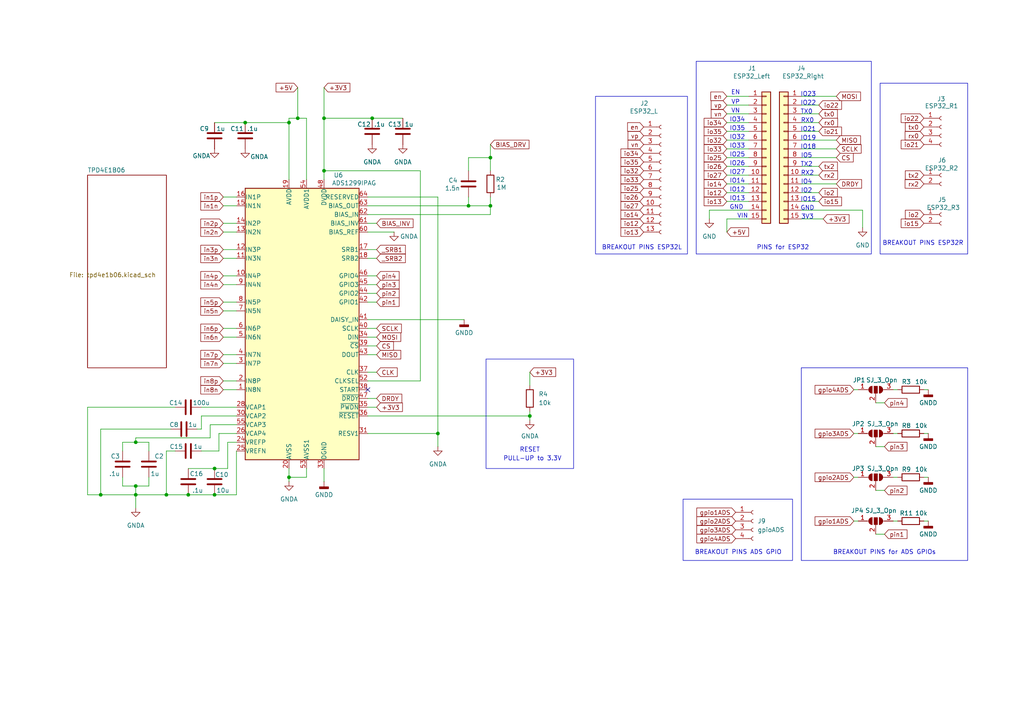
<source format=kicad_sch>
(kicad_sch (version 20231120) (generator "eeschema") (generator_version "8.0")
  (paper "A4")
  (lib_symbols
    (symbol "Connector:Conn_01x02_Socket" (pin_names (offset 1.016) hide)
      (property "Reference" "J" (at 0 2.54 0))
      (property "Value" "Conn_01x02_Socket" (at 0 -5.08 0))
      (symbol "Conn_01x02_Socket_1_1"
        (arc (start 0 -2.032) (mid -0.5058 -2.54) (end 0 -3.048) (stroke (width 0.1524)))
        (polyline (pts (xy -1.27 -2.54) (xy -0.508 -2.54)) (stroke (width 0.1524)))
        (polyline (pts (xy -1.27 0) (xy -0.508 0)) (stroke (width 0.1524)))
        (arc (start 0 0.508) (mid -0.5058 0) (end 0 -0.508) (stroke (width 0.1524)))
        (pin passive line (at -5.08 0 0) (length 3.81) (name "Pin_1") (number "1"))
        (pin passive line (at -5.08 -2.54 0) (length 3.81) (name "Pin_2") (number "2"))
      )
    )
    (symbol "Connector:Conn_01x04_Socket" (pin_names (offset 1.016) hide)
      (property "Reference" "J" (at 0 5.08 0))
      (property "Value" "Conn_01x04_Socket" (at 0 -7.62 0))
      (symbol "Conn_01x04_Socket_1_1"
        (arc (start 0 -4.572) (mid -0.5058 -5.08) (end 0 -5.588) (stroke (width 0.1524)))
        (arc (start 0 -2.032) (mid -0.5058 -2.54) (end 0 -3.048) (stroke (width 0.1524)))
        (polyline (pts (xy -1.27 -5.08) (xy -0.508 -5.08)) (stroke (width 0.1524)))
        (polyline (pts (xy -1.27 -2.54) (xy -0.508 -2.54)) (stroke (width 0.1524)))
        (polyline (pts (xy -1.27 0) (xy -0.508 0)) (stroke (width 0.1524)))
        (polyline (pts (xy -1.27 2.54) (xy -0.508 2.54)) (stroke (width 0.1524)))
        (arc (start 0 0.508) (mid -0.5058 0) (end 0 -0.508) (stroke (width 0.1524)))
        (arc (start 0 3.048) (mid -0.5058 2.54) (end 0 2.032) (stroke (width 0.1524)))
        (pin passive line (at -5.08 2.54 0) (length 3.81) (name "Pin_1") (number "1"))
        (pin passive line (at -5.08 0 0) (length 3.81) (name "Pin_2") (number "2"))
        (pin passive line (at -5.08 -2.54 0) (length 3.81) (name "Pin_3") (number "3"))
        (pin passive line (at -5.08 -5.08 0) (length 3.81) (name "Pin_4") (number "4"))
      )
    )
    (symbol "Connector:Conn_01x13_Socket" (pin_names (offset 1.016) hide)
      (property "Reference" "J" (at 0 17.78 0))
      (property "Value" "Conn_01x13_Socket" (at 0 -17.78 0))
      (symbol "Conn_01x13_Socket_1_1"
        (arc (start 0 -14.732) (mid -0.5058 -15.24) (end 0 -15.748) (stroke (width 0.1524)))
        (arc (start 0 -12.192) (mid -0.5058 -12.7) (end 0 -13.208) (stroke (width 0.1524)))
        (arc (start 0 -9.652) (mid -0.5058 -10.16) (end 0 -10.668) (stroke (width 0.1524)))
        (arc (start 0 -7.112) (mid -0.5058 -7.62) (end 0 -8.128) (stroke (width 0.1524)))
        (arc (start 0 -4.572) (mid -0.5058 -5.08) (end 0 -5.588) (stroke (width 0.1524)))
        (arc (start 0 -2.032) (mid -0.5058 -2.54) (end 0 -3.048) (stroke (width 0.1524)))
        (polyline (pts (xy -1.27 -15.24) (xy -0.508 -15.24)) (stroke (width 0.1524)))
        (polyline (pts (xy -1.27 -12.7) (xy -0.508 -12.7)) (stroke (width 0.1524)))
        (polyline (pts (xy -1.27 -10.16) (xy -0.508 -10.16)) (stroke (width 0.1524)))
        (polyline (pts (xy -1.27 -7.62) (xy -0.508 -7.62)) (stroke (width 0.1524)))
        (polyline (pts (xy -1.27 -5.08) (xy -0.508 -5.08)) (stroke (width 0.1524)))
        (polyline (pts (xy -1.27 -2.54) (xy -0.508 -2.54)) (stroke (width 0.1524)))
        (polyline (pts (xy -1.27 0) (xy -0.508 0)) (stroke (width 0.1524)))
        (polyline (pts (xy -1.27 2.54) (xy -0.508 2.54)) (stroke (width 0.1524)))
        (polyline (pts (xy -1.27 5.08) (xy -0.508 5.08)) (stroke (width 0.1524)))
        (polyline (pts (xy -1.27 7.62) (xy -0.508 7.62)) (stroke (width 0.1524)))
        (polyline (pts (xy -1.27 10.16) (xy -0.508 10.16)) (stroke (width 0.1524)))
        (polyline (pts (xy -1.27 12.7) (xy -0.508 12.7)) (stroke (width 0.1524)))
        (polyline (pts (xy -1.27 15.24) (xy -0.508 15.24)) (stroke (width 0.1524)))
        (arc (start 0 0.508) (mid -0.5058 0) (end 0 -0.508) (stroke (width 0.1524)))
        (arc (start 0 3.048) (mid -0.5058 2.54) (end 0 2.032) (stroke (width 0.1524)))
        (arc (start 0 5.588) (mid -0.5058 5.08) (end 0 4.572) (stroke (width 0.1524)))
        (arc (start 0 8.128) (mid -0.5058 7.62) (end 0 7.112) (stroke (width 0.1524)))
        (arc (start 0 10.668) (mid -0.5058 10.16) (end 0 9.652) (stroke (width 0.1524)))
        (arc (start 0 13.208) (mid -0.5058 12.7) (end 0 12.192) (stroke (width 0.1524)))
        (arc (start 0 15.748) (mid -0.5058 15.24) (end 0 14.732) (stroke (width 0.1524)))
        (pin passive line (at -5.08 15.24 0) (length 3.81) (name "Pin_1") (number "1"))
        (pin passive line (at -5.08 -7.62 0) (length 3.81) (name "Pin_10") (number "10"))
        (pin passive line (at -5.08 -10.16 0) (length 3.81) (name "Pin_11") (number "11"))
        (pin passive line (at -5.08 -12.7 0) (length 3.81) (name "Pin_12") (number "12"))
        (pin passive line (at -5.08 -15.24 0) (length 3.81) (name "Pin_13") (number "13"))
        (pin passive line (at -5.08 12.7 0) (length 3.81) (name "Pin_2") (number "2"))
        (pin passive line (at -5.08 10.16 0) (length 3.81) (name "Pin_3") (number "3"))
        (pin passive line (at -5.08 7.62 0) (length 3.81) (name "Pin_4") (number "4"))
        (pin passive line (at -5.08 5.08 0) (length 3.81) (name "Pin_5") (number "5"))
        (pin passive line (at -5.08 2.54 0) (length 3.81) (name "Pin_6") (number "6"))
        (pin passive line (at -5.08 0 0) (length 3.81) (name "Pin_7") (number "7"))
        (pin passive line (at -5.08 -2.54 0) (length 3.81) (name "Pin_8") (number "8"))
        (pin passive line (at -5.08 -5.08 0) (length 3.81) (name "Pin_9") (number "9"))
      )
    )
    (symbol "Connector_Generic:Conn_01x15" (pin_names (offset 1.016) hide)
      (property "Reference" "J" (at 0 20.32 0))
      (property "Value" "Conn_01x15" (at 0 -20.32 0))
      (symbol "Conn_01x15_1_1"
        (rectangle (start -1.27 -17.653) (end 0 -17.907) (stroke (width 0.1524)))
        (rectangle (start -1.27 -15.113) (end 0 -15.367) (stroke (width 0.1524)))
        (rectangle (start -1.27 -12.573) (end 0 -12.827) (stroke (width 0.1524)))
        (rectangle (start -1.27 -10.033) (end 0 -10.287) (stroke (width 0.1524)))
        (rectangle (start -1.27 -7.493) (end 0 -7.747) (stroke (width 0.1524)))
        (rectangle (start -1.27 -4.953) (end 0 -5.207) (stroke (width 0.1524)))
        (rectangle (start -1.27 -2.413) (end 0 -2.667) (stroke (width 0.1524)))
        (rectangle (start -1.27 0.127) (end 0 -0.127) (stroke (width 0.1524)))
        (rectangle (start -1.27 2.667) (end 0 2.413) (stroke (width 0.1524)))
        (rectangle (start -1.27 5.207) (end 0 4.953) (stroke (width 0.1524)))
        (rectangle (start -1.27 7.747) (end 0 7.493) (stroke (width 0.1524)))
        (rectangle (start -1.27 10.287) (end 0 10.033) (stroke (width 0.1524)))
        (rectangle (start -1.27 12.827) (end 0 12.573) (stroke (width 0.1524)))
        (rectangle (start -1.27 15.367) (end 0 15.113) (stroke (width 0.1524)))
        (rectangle (start -1.27 17.907) (end 0 17.653) (stroke (width 0.1524)))
        (rectangle (start -1.27 19.05) (end 1.27 -19.05) (stroke (width 0.254)) (fill (type background)))
        (pin passive line (at -5.08 17.78 0) (length 3.81) (name "Pin_1") (number "1"))
        (pin passive line (at -5.08 -5.08 0) (length 3.81) (name "Pin_10") (number "10"))
        (pin passive line (at -5.08 -7.62 0) (length 3.81) (name "Pin_11") (number "11"))
        (pin passive line (at -5.08 -10.16 0) (length 3.81) (name "Pin_12") (number "12"))
        (pin passive line (at -5.08 -12.7 0) (length 3.81) (name "Pin_13") (number "13"))
        (pin passive line (at -5.08 -15.24 0) (length 3.81) (name "Pin_14") (number "14"))
        (pin passive line (at -5.08 -17.78 0) (length 3.81) (name "Pin_15") (number "15"))
        (pin passive line (at -5.08 15.24 0) (length 3.81) (name "Pin_2") (number "2"))
        (pin passive line (at -5.08 12.7 0) (length 3.81) (name "Pin_3") (number "3"))
        (pin passive line (at -5.08 10.16 0) (length 3.81) (name "Pin_4") (number "4"))
        (pin passive line (at -5.08 7.62 0) (length 3.81) (name "Pin_5") (number "5"))
        (pin passive line (at -5.08 5.08 0) (length 3.81) (name "Pin_6") (number "6"))
        (pin passive line (at -5.08 2.54 0) (length 3.81) (name "Pin_7") (number "7"))
        (pin passive line (at -5.08 0 0) (length 3.81) (name "Pin_8") (number "8"))
        (pin passive line (at -5.08 -2.54 0) (length 3.81) (name "Pin_9") (number "9"))
      )
    )
    (symbol "Device:C" (pin_numbers hide) (pin_names (offset 0.254))
      (property "Reference" "C" (at 0.635 2.54 0))
      (property "Value" "C" (at 0.635 -2.54 0))
      (symbol "C_0_1"
        (polyline (pts (xy -2.032 -0.762) (xy 2.032 -0.762)) (stroke (width 0.508)))
        (polyline (pts (xy -2.032 0.762) (xy 2.032 0.762)) (stroke (width 0.508)))
      )
      (symbol "C_1_1"
        (pin passive line (at 0 3.81 270) (length 2.794) (name "~") (number "1"))
        (pin passive line (at 0 -3.81 90) (length 2.794) (name "~") (number "2"))
      )
    )
    (symbol "Device:R" (pin_numbers hide) (pin_names (offset 0))
      (property "Reference" "R" (at 2.032 0 90))
      (property "Value" "R" (at 0 0 90))
      (symbol "R_0_1"
        (rectangle (start -1.016 -2.54) (end 1.016 2.54) (stroke (width 0.254)))
      )
      (symbol "R_1_1"
        (pin passive line (at 0 3.81 270) (length 1.27) (name "~") (number "1"))
        (pin passive line (at 0 -3.81 90) (length 1.27) (name "~") (number "2"))
      )
    )
    (symbol "Jumper:SolderJumper_3_Open" (pin_names (offset 0) hide) (exclude_from_sim yes) (in_bom no)
      (property "Reference" "JP" (at -2.54 -2.54 0))
      (property "Value" "SolderJumper_3_Open" (at 0 2.794 0))
      (symbol "SolderJumper_3_Open_0_1"
        (arc (start -1.016 1.016) (mid -2.0276 0) (end -1.016 -1.016))
        (arc (start -1.016 1.016) (mid -2.0276 0) (end -1.016 -1.016) (fill (type outline)))
        (rectangle (start -0.508 1.016) (end 0.508 -1.016) (fill (type outline)))
        (polyline (pts (xy -2.54 0) (xy -2.032 0)))
        (polyline (pts (xy -1.016 1.016) (xy -1.016 -1.016)))
        (polyline (pts (xy 0 -1.27) (xy 0 -1.016)))
        (polyline (pts (xy 1.016 1.016) (xy 1.016 -1.016)))
        (polyline (pts (xy 2.54 0) (xy 2.032 0)))
        (arc (start 1.016 -1.016) (mid 2.0276 0) (end 1.016 1.016))
        (arc (start 1.016 -1.016) (mid 2.0276 0) (end 1.016 1.016) (fill (type outline)))
      )
      (symbol "SolderJumper_3_Open_1_1"
        (pin passive line (at -5.08 0 0) (length 2.54) (name "A") (number "1"))
        (pin passive line (at 0 -3.81 90) (length 2.54) (name "C") (number "2"))
        (pin passive line (at 5.08 0 180) (length 2.54) (name "B") (number "3"))
      )
    )
    (symbol "ads1299:ADS1299_Module" (pin_names (offset 0.0129))
      (property "Reference" "U" (at 0 0 0))
      (property "Footprint" "Package_QFP:TQFP-64_10x10mm_P0.5mm" (at 0.254 -57.658 0))
      (symbol "ADS1299_Module_0_1"
        (rectangle (start -17.78 38.1) (end 15.24 -40.64) (stroke (width 0.254)) (fill (type background)))
      )
      (symbol "ADS1299_Module_1_1"
        (pin input line (at -20.32 -20.32 0) (length 2.54) (name "IN8N") (number "1"))
        (pin input line (at -20.32 12.7 0) (length 2.54) (name "IN4P") (number "10"))
        (pin input line (at -20.32 17.78 0) (length 2.54) (name "IN3N") (number "11"))
        (pin input line (at -20.32 20.32 0) (length 2.54) (name "IN3P") (number "12"))
        (pin input line (at -20.32 25.4 0) (length 2.54) (name "IN2N") (number "13"))
        (pin input line (at -20.32 27.94 0) (length 2.54) (name "IN2P") (number "14"))
        (pin input line (at -20.32 33.02 0) (length 2.54) (name "IN1N") (number "15"))
        (pin input line (at -20.32 35.56 0) (length 2.54) (name "IN1P") (number "16"))
        (pin bidirectional line (at 17.78 20.32 180) (length 2.54) (name "SRB1") (number "17"))
        (pin bidirectional line (at 17.78 17.78 180) (length 2.54) (name "SRB2") (number "18"))
        (pin power_in line (at -5.08 40.64 270) (length 2.54) (name "AVDD") (number "19"))
        (pin input line (at -20.32 -17.78 0) (length 2.54) (name "IN8P") (number "2"))
        (pin power_in line (at -5.08 -43.18 90) (length 2.54) (name "AVSS") (number "20"))
        (pin passive line (at -5.08 40.64 270) (length 2.54) hide (name "AVDD") (number "21"))
        (pin passive line (at -5.08 40.64 270) (length 2.54) hide (name "AVDD") (number "22"))
        (pin passive line (at -5.08 -43.18 90) (length 2.54) hide (name "AVSS") (number "23"))
        (pin passive line (at -20.32 -35.56 0) (length 2.54) (name "VREFP") (number "24"))
        (pin passive line (at -20.32 -38.1 0) (length 2.54) (name "VREFN") (number "25"))
        (pin passive line (at -20.32 -33.02 0) (length 2.54) (name "VCAP4") (number "26"))
        (pin no_connect line (at 15.24 -35.56 180) (length 2.54) hide (name "NC") (number "27"))
        (pin passive line (at -20.32 -25.4 0) (length 2.54) (name "VCAP1") (number "28"))
        (pin no_connect line (at 15.24 -38.1 180) (length 2.54) hide (name "NC") (number "29"))
        (pin input line (at -20.32 -12.7 0) (length 2.54) (name "IN7P") (number "3"))
        (pin passive line (at -20.32 -27.94 0) (length 2.54) (name "VCAP2") (number "30"))
        (pin input line (at 17.78 -33.02 180) (length 2.54) (name "RESV1") (number "31"))
        (pin passive line (at -5.08 -43.18 90) (length 2.54) hide (name "AVSS") (number "32"))
        (pin power_in line (at 5.08 -43.18 90) (length 2.54) (name "DGND") (number "33"))
        (pin input line (at 17.78 -5.08 180) (length 2.54) (name "DIN") (number "34"))
        (pin input line (at 17.78 -25.4 180) (length 2.54) (name "~{PWDN}") (number "35"))
        (pin input line (at 17.78 -27.94 180) (length 2.54) (name "~{RESET}") (number "36"))
        (pin bidirectional line (at 17.78 -15.24 180) (length 2.54) (name "CLK") (number "37"))
        (pin input line (at 17.78 -20.32 180) (length 2.54) (name "START") (number "38"))
        (pin input line (at 17.78 -7.62 180) (length 2.54) (name "~{CS}") (number "39"))
        (pin input line (at -20.32 -10.16 0) (length 2.54) (name "IN7N") (number "4"))
        (pin input line (at 17.78 -2.54 180) (length 2.54) (name "SCLK") (number "40"))
        (pin input line (at 17.78 0 180) (length 2.54) (name "DAISY_IN") (number "41"))
        (pin bidirectional line (at 17.78 5.08 180) (length 2.54) (name "GPIO1") (number "42"))
        (pin output line (at 17.78 -10.16 180) (length 2.54) (name "DOUT") (number "43"))
        (pin bidirectional line (at 17.78 7.62 180) (length 2.54) (name "GPIO2") (number "44"))
        (pin bidirectional line (at 17.78 10.16 180) (length 2.54) (name "GPIO3") (number "45"))
        (pin bidirectional line (at 17.78 12.7 180) (length 2.54) (name "GPIO4") (number "46"))
        (pin output line (at 17.78 -22.86 180) (length 2.54) (name "~{DRDY}") (number "47"))
        (pin power_in line (at 5.08 40.64 270) (length 2.54) (name "DVDD") (number "48"))
        (pin passive line (at 5.08 -43.18 90) (length 2.54) hide (name "DGND") (number "49"))
        (pin input line (at -20.32 -5.08 0) (length 2.54) (name "IN6N") (number "5"))
        (pin passive line (at 5.08 40.64 270) (length 2.54) hide (name "DVDD") (number "50"))
        (pin passive line (at 5.08 -43.18 90) (length 2.54) hide (name "DGND") (number "51"))
        (pin input line (at 17.78 -17.78 180) (length 2.54) (name "CLKSEL") (number "52"))
        (pin power_in line (at 0 -43.18 90) (length 2.54) (name "AVSS1") (number "53"))
        (pin power_in line (at 0 40.64 270) (length 2.54) (name "AVDD1") (number "54"))
        (pin passive line (at -20.32 -30.48 0) (length 2.54) (name "VCAP3") (number "55"))
        (pin passive line (at -5.08 40.64 270) (length 2.54) hide (name "AVDD") (number "56"))
        (pin passive line (at -5.08 -43.18 90) (length 2.54) hide (name "AVSS") (number "57"))
        (pin passive line (at -5.08 -43.18 90) (length 2.54) hide (name "AVSS") (number "58"))
        (pin passive line (at -5.08 40.64 270) (length 2.54) hide (name "AVDD") (number "59"))
        (pin input line (at -20.32 -2.54 0) (length 2.54) (name "IN6P") (number "6"))
        (pin input line (at 17.78 25.4 180) (length 2.54) (name "BIAS_REF") (number "60"))
        (pin input line (at 17.78 27.94 180) (length 2.54) (name "BIAS_INV") (number "61"))
        (pin input line (at 17.78 30.48 180) (length 2.54) (name "BIAS_IN") (number "62"))
        (pin output line (at 17.78 33.02 180) (length 2.54) (name "BIAS_OUT") (number "63"))
        (pin output line (at 17.78 35.56 180) (length 2.54) (name "RESERVED") (number "64"))
        (pin input line (at -20.32 2.54 0) (length 2.54) (name "IN5N") (number "7"))
        (pin input line (at -20.32 5.08 0) (length 2.54) (name "IN5P") (number "8"))
        (pin input line (at -20.32 10.16 0) (length 2.54) (name "IN4N") (number "9"))
      )
    )
    (symbol "power:GND" (power) (pin_numbers hide) (pin_names (offset 0) hide)
      (property "Value" "GND" (at 0 -3.81 0))
      (symbol "GND_0_1"
        (polyline (pts (xy 0 0) (xy 0 -1.27) (xy 1.27 -1.27) (xy 0 -2.54) (xy -1.27 -1.27) (xy 0 -1.27)))
      )
      (symbol "GND_1_1"
        (pin power_in line (at 0 0 270) (length 0) (name "~") (number "1"))
      )
    )
    (symbol "power:GNDA" (power) (pin_numbers hide) (pin_names (offset 0) hide)
      (property "Value" "GNDA" (at 0 -3.81 0))
      (symbol "GNDA_0_1"
        (polyline (pts (xy 0 0) (xy 0 -1.27) (xy 1.27 -1.27) (xy 0 -2.54) (xy -1.27 -1.27) (xy 0 -1.27)))
      )
      (symbol "GNDA_1_1"
        (pin power_in line (at 0 0 270) (length 0) (name "~") (number "1"))
      )
    )
    (symbol "power:GNDD" (power) (pin_numbers hide) (pin_names (offset 0) hide)
      (property "Value" "GNDD" (at 0 -3.175 0))
      (symbol "GNDD_0_1"
        (rectangle (start -1.27 -1.524) (end 1.27 -2.032) (stroke (width 0.254)) (fill (type outline)))
        (polyline (pts (xy 0 0) (xy 0 -1.524)))
      )
      (symbol "GNDD_1_1"
        (pin power_in line (at 0 0 270) (length 0) (name "~") (number "1"))
      )
    )
  )
  (junction (at 86.36 34.29))
  (junction (at 39.37 128.27))
  (junction (at 39.37 143.51))
  (junction (at 48.26 143.51))
  (junction (at 142.24 45.72))
  (junction (at 135.89 59.69))
  (junction (at 62.23 143.51))
  (junction (at 83.82 138.43))
  (junction (at 127 125.73))
  (junction (at 83.82 35.56))
  (junction (at 54.61 143.51))
  (junction (at 93.98 49.53))
  (junction (at 71.12 35.56))
  (junction (at 29.21 143.51))
  (junction (at 107.95 34.29))
  (junction (at 62.23 135.89))
  (junction (at 142.24 59.69))
  (junction (at 93.98 34.29))
  (junction (at 39.37 140.97))
  (junction (at 153.67 120.65))
  (no_connect (at 106.68 113.03))
  (wire (pts (xy 259.08 151.13) (xy 260.35 151.13)))
  (wire (pts (xy 135.89 45.72) (xy 142.24 45.72)))
  (wire (pts (xy 64.77 80.01) (xy 68.58 80.01)))
  (wire (pts (xy 64.77 67.31) (xy 68.58 67.31)))
  (wire (pts (xy 29.21 124.46) (xy 29.21 143.51)))
  (wire (pts (xy 127 57.15) (xy 127 125.73)))
  (wire (pts (xy 68.58 130.81) (xy 68.58 143.51)))
  (wire (pts (xy 93.98 49.53) (xy 121.92 49.53)))
  (wire (pts (xy 106.68 95.25) (xy 109.22 95.25)))
  (wire (pts (xy 63.5 125.73) (xy 68.58 125.73)))
  (wire (pts (xy 106.68 82.55) (xy 109.22 82.55)))
  (wire (pts (xy 35.56 138.43) (xy 35.56 140.97)))
  (wire (pts (xy 106.68 110.49) (xy 121.92 110.49)))
  (wire (pts (xy 62.23 143.51) (xy 68.58 143.51)))
  (wire (pts (xy 64.77 72.39) (xy 68.58 72.39)))
  (wire (pts (xy 106.68 87.63) (xy 109.22 87.63)))
  (wire (pts (xy 39.37 127) (xy 60.96 127)))
  (wire (pts (xy 106.68 118.11) (xy 109.22 118.11)))
  (wire (pts (xy 93.98 135.89) (xy 93.98 139.7)))
  (wire (pts (xy 64.77 82.55) (xy 68.58 82.55)))
  (wire (pts (xy 254 142.24) (xy 256.54 142.24)))
  (wire (pts (xy 71.12 35.56) (xy 83.82 35.56)))
  (wire (pts (xy 210.82 58.42) (xy 217.17 58.42)))
  (wire (pts (xy 232.41 35.56) (xy 237.49 35.56)))
  (wire (pts (xy 106.68 125.73) (xy 127 125.73)))
  (wire (pts (xy 153.67 119.38) (xy 153.67 120.65)))
  (wire (pts (xy 106.68 100.33) (xy 109.22 100.33)))
  (wire (pts (xy 106.68 97.79) (xy 109.22 97.79)))
  (wire (pts (xy 210.82 48.26) (xy 217.17 48.26)))
  (wire (pts (xy 43.18 140.97) (xy 43.18 138.43)))
  (wire (pts (xy 58.42 120.65) (xy 68.58 120.65)))
  (wire (pts (xy 232.41 30.48) (xy 237.49 30.48)))
  (wire (pts (xy 25.4 118.11) (xy 25.4 143.51)))
  (wire (pts (xy 142.24 45.72) (xy 142.24 49.53)))
  (wire (pts (xy 86.36 25.4) (xy 86.36 34.29)))
  (wire (pts (xy 238.76 63.5) (xy 232.41 63.5)))
  (wire (pts (xy 142.24 62.23) (xy 142.24 59.69)))
  (wire (pts (xy 58.42 124.46) (xy 58.42 120.65)))
  (wire (pts (xy 63.5 130.81) (xy 63.5 125.73)))
  (wire (pts (xy 54.61 135.89) (xy 62.23 135.89)))
  (wire (pts (xy 64.77 95.25) (xy 68.58 95.25)))
  (wire (pts (xy 39.37 140.97) (xy 39.37 143.51)))
  (wire (pts (xy 64.77 105.41) (xy 68.58 105.41)))
  (wire (pts (xy 210.82 40.64) (xy 217.17 40.64)))
  (wire (pts (xy 232.41 60.96) (xy 250.19 60.96)))
  (wire (pts (xy 254 116.84) (xy 256.54 116.84)))
  (wire (pts (xy 259.08 113.03) (xy 260.35 113.03)))
  (wire (pts (xy 39.37 140.97) (xy 43.18 140.97)))
  (wire (pts (xy 83.82 138.43) (xy 83.82 139.7)))
  (wire (pts (xy 142.24 59.69) (xy 142.24 57.15)))
  (wire (pts (xy 93.98 34.29) (xy 93.98 49.53)))
  (wire (pts (xy 210.82 33.02) (xy 217.17 33.02)))
  (wire (pts (xy 232.41 50.8) (xy 237.49 50.8)))
  (wire (pts (xy 267.97 125.73) (xy 269.24 125.73)))
  (wire (pts (xy 86.36 34.29) (xy 88.9 34.29)))
  (wire (pts (xy 64.77 113.03) (xy 68.58 113.03)))
  (wire (pts (xy 88.9 34.29) (xy 88.9 52.07)))
  (wire (pts (xy 43.18 130.81) (xy 43.18 128.27)))
  (wire (pts (xy 39.37 127) (xy 39.37 128.27)))
  (wire (pts (xy 64.77 64.77) (xy 68.58 64.77)))
  (wire (pts (xy 210.82 53.34) (xy 217.17 53.34)))
  (wire (pts (xy 232.41 48.26) (xy 237.49 48.26)))
  (wire (pts (xy 106.68 74.93) (xy 109.22 74.93)))
  (wire (pts (xy 83.82 35.56) (xy 83.82 52.07)))
  (wire (pts (xy 58.42 130.81) (xy 63.5 130.81)))
  (wire (pts (xy 135.89 59.69) (xy 142.24 59.69)))
  (wire (pts (xy 153.67 107.95) (xy 153.67 111.76)))
  (wire (pts (xy 121.92 49.53) (xy 121.92 110.49)))
  (wire (pts (xy 66.04 135.89) (xy 62.23 135.89)))
  (wire (pts (xy 88.9 138.43) (xy 83.82 138.43)))
  (wire (pts (xy 210.82 35.56) (xy 217.17 35.56)))
  (wire (pts (xy 93.98 25.4) (xy 93.98 34.29)))
  (wire (pts (xy 210.82 50.8) (xy 217.17 50.8)))
  (wire (pts (xy 267.97 113.03) (xy 269.24 113.03)))
  (wire (pts (xy 39.37 143.51) (xy 39.37 147.32)))
  (wire (pts (xy 232.41 55.88) (xy 237.49 55.88)))
  (wire (pts (xy 210.82 63.5) (xy 217.17 63.5)))
  (wire (pts (xy 66.04 128.27) (xy 66.04 135.89)))
  (wire (pts (xy 210.82 30.48) (xy 217.17 30.48)))
  (wire (pts (xy 64.77 59.69) (xy 68.58 59.69)))
  (wire (pts (xy 106.68 120.65) (xy 153.67 120.65)))
  (wire (pts (xy 232.41 53.34) (xy 242.57 53.34)))
  (wire (pts (xy 106.68 107.95) (xy 109.22 107.95)))
  (wire (pts (xy 39.37 143.51) (xy 48.26 143.51)))
  (wire (pts (xy 210.82 45.72) (xy 217.17 45.72)))
  (wire (pts (xy 48.26 143.51) (xy 54.61 143.51)))
  (wire (pts (xy 29.21 143.51) (xy 39.37 143.51)))
  (wire (pts (xy 232.41 40.64) (xy 242.57 40.64)))
  (wire (pts (xy 106.68 115.57) (xy 109.22 115.57)))
  (wire (pts (xy 250.19 60.96) (xy 250.19 66.04)))
  (wire (pts (xy 29.21 124.46) (xy 49.53 124.46)))
  (wire (pts (xy 254 129.54) (xy 256.54 129.54)))
  (wire (pts (xy 64.77 74.93) (xy 68.58 74.93)))
  (wire (pts (xy 106.68 62.23) (xy 142.24 62.23)))
  (wire (pts (xy 210.82 55.88) (xy 217.17 55.88)))
  (wire (pts (xy 48.26 130.81) (xy 50.8 130.81)))
  (wire (pts (xy 48.26 130.81) (xy 48.26 143.51)))
  (wire (pts (xy 232.41 33.02) (xy 237.49 33.02)))
  (wire (pts (xy 39.37 128.27) (xy 35.56 128.27)))
  (wire (pts (xy 106.68 59.69) (xy 135.89 59.69)))
  (wire (pts (xy 109.22 64.77) (xy 106.68 64.77)))
  (wire (pts (xy 106.68 80.01) (xy 109.22 80.01)))
  (wire (pts (xy 232.41 43.18) (xy 242.57 43.18)))
  (wire (pts (xy 106.68 102.87) (xy 109.22 102.87)))
  (wire (pts (xy 242.57 27.94) (xy 232.41 27.94)))
  (wire (pts (xy 205.74 63.5) (xy 205.74 60.96)))
  (wire (pts (xy 135.89 57.15) (xy 135.89 59.69)))
  (wire (pts (xy 83.82 34.29) (xy 86.36 34.29)))
  (wire (pts (xy 106.68 72.39) (xy 109.22 72.39)))
  (wire (pts (xy 127 125.73) (xy 127 129.54)))
  (wire (pts (xy 64.77 87.63) (xy 68.58 87.63)))
  (wire (pts (xy 153.67 120.65) (xy 153.67 121.92)))
  (wire (pts (xy 232.41 45.72) (xy 242.57 45.72)))
  (wire (pts (xy 247.65 138.43) (xy 248.92 138.43)))
  (wire (pts (xy 35.56 140.97) (xy 39.37 140.97)))
  (wire (pts (xy 247.65 113.03) (xy 248.92 113.03)))
  (wire (pts (xy 58.42 118.11) (xy 68.58 118.11)))
  (wire (pts (xy 106.68 85.09) (xy 109.22 85.09)))
  (wire (pts (xy 232.41 38.1) (xy 237.49 38.1)))
  (wire (pts (xy 25.4 143.51) (xy 29.21 143.51)))
  (wire (pts (xy 54.61 143.51) (xy 62.23 143.51)))
  (wire (pts (xy 43.18 128.27) (xy 39.37 128.27)))
  (wire (pts (xy 35.56 130.81) (xy 35.56 128.27)))
  (wire (pts (xy 210.82 67.31) (xy 210.82 63.5)))
  (wire (pts (xy 57.15 124.46) (xy 58.42 124.46)))
  (wire (pts (xy 106.68 67.31) (xy 114.3 67.31)))
  (wire (pts (xy 68.58 128.27) (xy 66.04 128.27)))
  (wire (pts (xy 106.68 57.15) (xy 127 57.15)))
  (wire (pts (xy 210.82 38.1) (xy 217.17 38.1)))
  (wire (pts (xy 83.82 135.89) (xy 83.82 138.43)))
  (wire (pts (xy 210.82 27.94) (xy 217.17 27.94)))
  (wire (pts (xy 93.98 49.53) (xy 93.98 52.07)))
  (wire (pts (xy 64.77 97.79) (xy 68.58 97.79)))
  (wire (pts (xy 88.9 135.89) (xy 88.9 138.43)))
  (wire (pts (xy 247.65 125.73) (xy 248.92 125.73)))
  (wire (pts (xy 210.82 43.18) (xy 217.17 43.18)))
  (wire (pts (xy 25.4 118.11) (xy 50.8 118.11)))
  (wire (pts (xy 62.23 35.56) (xy 71.12 35.56)))
  (wire (pts (xy 254 154.94) (xy 256.54 154.94)))
  (wire (pts (xy 83.82 34.29) (xy 83.82 35.56)))
  (wire (pts (xy 232.41 58.42) (xy 237.49 58.42)))
  (wire (pts (xy 205.74 60.96) (xy 217.17 60.96)))
  (wire (pts (xy 135.89 49.53) (xy 135.89 45.72)))
  (wire (pts (xy 106.68 92.71) (xy 134.62 92.71)))
  (wire (pts (xy 267.97 138.43) (xy 269.24 138.43)))
  (wire (pts (xy 60.96 123.19) (xy 60.96 127)))
  (wire (pts (xy 93.98 34.29) (xy 107.95 34.29)))
  (wire (pts (xy 64.77 90.17) (xy 68.58 90.17)))
  (wire (pts (xy 64.77 102.87) (xy 68.58 102.87)))
  (wire (pts (xy 107.95 34.29) (xy 116.84 34.29)))
  (wire (pts (xy 259.08 125.73) (xy 260.35 125.73)))
  (wire (pts (xy 142.24 45.72) (xy 142.24 41.91)))
  (wire (pts (xy 64.77 57.15) (xy 68.58 57.15)))
  (wire (pts (xy 259.08 138.43) (xy 260.35 138.43)))
  (wire (pts (xy 267.97 151.13) (xy 269.24 151.13)))
  (wire (pts (xy 68.58 123.19) (xy 60.96 123.19)))
  (wire (pts (xy 247.65 151.13) (xy 248.92 151.13)))
  (wire (pts (xy 64.77 110.49) (xy 68.58 110.49)))
  (rectangle (start 232.41 106.68) (end 280.67 162.56))
  (rectangle (start 140.97 104.14) (end 166.37 135.89))
  (rectangle (start 198.12 144.78) (end 229.87 162.56))
  (rectangle (start 201.93 17.78) (end 252.73 73.66))
  (rectangle (start 172.72 27.94) (end 199.39 73.66))
  (rectangle (start 255.27 24.13) (end 280.67 73.66))
  (text "IO19" (at 234.442 40.132 0) (effects (font (size 1.27 1.27))))
  (text "IO21" (at 234.442 37.592 0) (effects (font (size 1.27 1.27))))
  (text "IO4" (at 233.934 52.832 0) (effects (font (size 1.27 1.27))))
  (text "IO15" (at 234.442 57.912 0) (effects (font (size 1.27 1.27))))
  (text "IO34" (at 213.868 34.798 0) (effects (font (size 1.27 1.27))))
  (text "IO33" (at 213.868 42.418 0) (effects (font (size 1.27 1.27))))
  (text "IO26" (at 213.868 47.498 0) (effects (font (size 1.27 1.27))))
  (text "PINS for ESP32" (at 227.076 71.882 0) (effects (font (size 1.27 1.27))))
  (text "VP" (at 213.36 29.718 0) (effects (font (size 1.27 1.27))))
  (text "TX0" (at 233.934 32.512 0) (effects (font (size 1.27 1.27))))
  (text "BREAKOUT PINS ESP32R" (at 267.716 70.612 0) (effects (font (size 1.27 1.27))))
  (text "IO2" (at 233.934 55.372 0) (effects (font (size 1.27 1.27))))
  (text "IO18" (at 234.442 42.672 0) (effects (font (size 1.27 1.27))))
  (text "IO27" (at 213.868 50.038 0) (effects (font (size 1.27 1.27))))
  (text "BREAKOUT PINS ESP32L" (at 186.182 71.882 0) (effects (font (size 1.27 1.27))))
  (text "VN" (at 213.36 32.258 0) (effects (font (size 1.27 1.27))))
  (text "TX2" (at 233.934 47.752 0) (effects (font (size 1.27 1.27))))
  (text "IO13" (at 213.868 57.658 0) (effects (font (size 1.27 1.27))))
  (text "IO25" (at 213.868 44.958 0) (effects (font (size 1.27 1.27))))
  (text "GND" (at 234.188 60.452 0) (effects (font (size 1.27 1.27))))
  (text "BREAKOUT PINS for ADS GPIOs" (at 256.54 160.274 0) (effects (font (size 1.27 1.27))))
  (text "IO32" (at 213.868 39.878 0) (effects (font (size 1.27 1.27))))
  (text "IO22" (at 234.442 29.972 0) (effects (font (size 1.27 1.27))))
  (text "RX0" (at 234.188 35.052 0) (effects (font (size 1.27 1.27))))
  (text "IO23" (at 234.442 27.432 0) (effects (font (size 1.27 1.27))))
  (text "RESET" (at 153.67 130.556 0) (effects (font (size 1.27 1.27))))
  (text "IO35" (at 213.868 37.338 0) (effects (font (size 1.27 1.27))))
  (text "PULL-UP to 3.3V" (at 154.432 133.096 0) (effects (font (size 1.27 1.27))))
  (text "GND" (at 213.614 60.198 0) (effects (font (size 1.27 1.27))))
  (text "VIN" (at 215.392 62.738 0) (effects (font (size 1.27 1.27))))
  (text "EN" (at 213.36 26.924 0) (effects (font (size 1.27 1.27))))
  (text "IO14" (at 213.868 52.578 0) (effects (font (size 1.27 1.27))))
  (text "IO5" (at 233.934 45.212 0) (effects (font (size 1.27 1.27))))
  (text "BREAKOUT PINS ADS GPIO" (at 214.122 160.274 0) (effects (font (size 1.27 1.27))))
  (text "3V3" (at 234.188 62.992 0) (effects (font (size 1.27 1.27))))
  (text "RX2" (at 234.188 50.292 0) (effects (font (size 1.27 1.27))))
  (text "IO12" (at 213.868 55.118 0) (effects (font (size 1.27 1.27))))
  (global_label "in1n" (shape input) (at 64.77 59.69 180) (property "Intersheetrefs" "${INTERSHEET_REFS}" (effects (hide yes))))
  (global_label "pin2" (shape input) (at 109.22 85.09 0) (property "Intersheetrefs" "${INTERSHEET_REFS}" (effects (hide yes))))
  (global_label "rx2" (shape input) (at 267.97 53.34 180) (property "Intersheetrefs" "${INTERSHEET_REFS}" (effects (hide yes))))
  (global_label "io14" (shape input) (at 186.69 62.23 180) (property "Intersheetrefs" "${INTERSHEET_REFS}" (effects (hide yes))))
  (global_label "io13" (shape input) (at 186.69 67.31 180) (property "Intersheetrefs" "${INTERSHEET_REFS}" (effects (hide yes))))
  (global_label "pin4" (shape input) (at 109.22 80.01 0) (property "Intersheetrefs" "${INTERSHEET_REFS}" (effects (hide yes))))
  (global_label "pin3" (shape input) (at 256.54 129.54 0) (property "Intersheetrefs" "${INTERSHEET_REFS}" (effects (hide yes))))
  (global_label "_SRB2" (shape input) (at 109.22 74.93 0) (property "Intersheetrefs" "${INTERSHEET_REFS}" (effects (hide yes))))
  (global_label "gpio2ADS" (shape input) (at 247.65 138.43 180) (property "Intersheetrefs" "${INTERSHEET_REFS}" (effects (hide yes))))
  (global_label "CS" (shape input) (at 242.57 45.72 0) (property "Intersheetrefs" "${INTERSHEET_REFS}" (effects (hide yes))))
  (global_label "DRDY" (shape input) (at 242.57 53.34 0) (property "Intersheetrefs" "${INTERSHEET_REFS}" (effects (hide yes))))
  (global_label "_SRB1" (shape input) (at 109.22 72.39 0) (property "Intersheetrefs" "${INTERSHEET_REFS}" (effects (hide yes))))
  (global_label "io13" (shape input) (at 210.82 58.42 180) (property "Intersheetrefs" "${INTERSHEET_REFS}" (effects (hide yes))))
  (global_label "in6p" (shape input) (at 64.77 95.25 180) (property "Intersheetrefs" "${INTERSHEET_REFS}" (effects (hide yes))))
  (global_label "pin4" (shape input) (at 256.54 116.84 0) (property "Intersheetrefs" "${INTERSHEET_REFS}" (effects (hide yes))))
  (global_label "CLK" (shape input) (at 109.22 107.95 0) (property "Intersheetrefs" "${INTERSHEET_REFS}" (effects (hide yes))))
  (global_label "io26" (shape input) (at 186.69 57.15 180) (property "Intersheetrefs" "${INTERSHEET_REFS}" (effects (hide yes))))
  (global_label "vp" (shape input) (at 186.69 39.37 180) (property "Intersheetrefs" "${INTERSHEET_REFS}" (effects (hide yes))))
  (global_label "pin1" (shape input) (at 109.22 87.63 0) (property "Intersheetrefs" "${INTERSHEET_REFS}" (effects (hide yes))))
  (global_label "DRDY" (shape input) (at 109.22 115.57 0) (property "Intersheetrefs" "${INTERSHEET_REFS}" (effects (hide yes))))
  (global_label "in4p" (shape input) (at 64.77 80.01 180) (property "Intersheetrefs" "${INTERSHEET_REFS}" (effects (hide yes))))
  (global_label "pin2" (shape input) (at 256.54 142.24 0) (property "Intersheetrefs" "${INTERSHEET_REFS}" (effects (hide yes))))
  (global_label "pin3" (shape input) (at 109.22 82.55 0) (property "Intersheetrefs" "${INTERSHEET_REFS}" (effects (hide yes))))
  (global_label "in3p" (shape input) (at 64.77 72.39 180) (property "Intersheetrefs" "${INTERSHEET_REFS}" (effects (hide yes))))
  (global_label "in5n" (shape input) (at 64.77 90.17 180) (property "Intersheetrefs" "${INTERSHEET_REFS}" (effects (hide yes))))
  (global_label "in1p" (shape input) (at 64.77 57.15 180) (property "Intersheetrefs" "${INTERSHEET_REFS}" (effects (hide yes))))
  (global_label "MISO" (shape input) (at 109.22 102.87 0) (property "Intersheetrefs" "${INTERSHEET_REFS}" (effects (hide yes))))
  (global_label "gpio2ADS" (shape input) (at 213.36 151.13 180) (property "Intersheetrefs" "${INTERSHEET_REFS}" (effects (hide yes))))
  (global_label "io12" (shape input) (at 210.82 55.88 180) (property "Intersheetrefs" "${INTERSHEET_REFS}" (effects (hide yes))))
  (global_label "io15" (shape input) (at 237.49 58.42 0) (property "Intersheetrefs" "${INTERSHEET_REFS}" (effects (hide yes))))
  (global_label "io21" (shape input) (at 237.49 38.1 0) (property "Intersheetrefs" "${INTERSHEET_REFS}" (effects (hide yes))))
  (global_label "in8n" (shape input) (at 64.77 113.03 180) (property "Intersheetrefs" "${INTERSHEET_REFS}" (effects (hide yes))))
  (global_label "pin1" (shape input) (at 256.54 154.94 0) (property "Intersheetrefs" "${INTERSHEET_REFS}" (effects (hide yes))))
  (global_label "+3V3" (shape input) (at 93.98 25.4 0) (property "Intersheetrefs" "${INTERSHEET_REFS}" (effects (hide yes))))
  (global_label "vn" (shape input) (at 186.69 41.91 180) (property "Intersheetrefs" "${INTERSHEET_REFS}" (effects (hide yes))))
  (global_label "io15" (shape input) (at 267.97 64.77 180) (property "Intersheetrefs" "${INTERSHEET_REFS}" (effects (hide yes))))
  (global_label "rx0" (shape input) (at 237.49 35.56 0) (property "Intersheetrefs" "${INTERSHEET_REFS}" (effects (hide yes))))
  (global_label "CS" (shape input) (at 109.22 100.33 0) (property "Intersheetrefs" "${INTERSHEET_REFS}" (effects (hide yes))))
  (global_label "io21" (shape input) (at 267.97 41.91 180) (property "Intersheetrefs" "${INTERSHEET_REFS}" (effects (hide yes))))
  (global_label "in6n" (shape input) (at 64.77 97.79 180) (property "Intersheetrefs" "${INTERSHEET_REFS}" (effects (hide yes))))
  (global_label "in5p" (shape input) (at 64.77 87.63 180) (property "Intersheetrefs" "${INTERSHEET_REFS}" (effects (hide yes))))
  (global_label "MOSI" (shape input) (at 109.22 97.79 0) (property "Intersheetrefs" "${INTERSHEET_REFS}" (effects (hide yes))))
  (global_label "+3V3" (shape input) (at 153.67 107.95 0) (property "Intersheetrefs" "${INTERSHEET_REFS}" (effects (hide yes))))
  (global_label "in4n" (shape input) (at 64.77 82.55 180) (property "Intersheetrefs" "${INTERSHEET_REFS}" (effects (hide yes))))
  (global_label "io25" (shape input) (at 186.69 54.61 180) (property "Intersheetrefs" "${INTERSHEET_REFS}" (effects (hide yes))))
  (global_label "io12" (shape input) (at 186.69 64.77 180) (property "Intersheetrefs" "${INTERSHEET_REFS}" (effects (hide yes))))
  (global_label "vp" (shape input) (at 210.82 30.48 180) (property "Intersheetrefs" "${INTERSHEET_REFS}" (effects (hide yes))))
  (global_label "io33" (shape input) (at 210.82 43.18 180) (property "Intersheetrefs" "${INTERSHEET_REFS}" (effects (hide yes))))
  (global_label "tx0" (shape input) (at 237.49 33.02 0) (property "Intersheetrefs" "${INTERSHEET_REFS}" (effects (hide yes))))
  (global_label "SCLK" (shape input) (at 109.22 95.25 0) (property "Intersheetrefs" "${INTERSHEET_REFS}" (effects (hide yes))))
  (global_label "+3V3" (shape input) (at 238.76 63.5 0) (property "Intersheetrefs" "${INTERSHEET_REFS}" (effects (hide yes))))
  (global_label "io27" (shape input) (at 210.82 50.8 180) (property "Intersheetrefs" "${INTERSHEET_REFS}" (effects (hide yes))))
  (global_label "in7p" (shape input) (at 64.77 102.87 180) (property "Intersheetrefs" "${INTERSHEET_REFS}" (effects (hide yes))))
  (global_label "vn" (shape input) (at 210.82 33.02 180) (property "Intersheetrefs" "${INTERSHEET_REFS}" (effects (hide yes))))
  (global_label "io35" (shape input) (at 210.82 38.1 180) (property "Intersheetrefs" "${INTERSHEET_REFS}" (effects (hide yes))))
  (global_label "io25" (shape input) (at 210.82 45.72 180) (property "Intersheetrefs" "${INTERSHEET_REFS}" (effects (hide yes))))
  (global_label "+5V" (shape input) (at 210.82 67.31 0) (property "Intersheetrefs" "${INTERSHEET_REFS}" (effects (hide yes))))
  (global_label "en" (shape input) (at 210.82 27.94 180) (property "Intersheetrefs" "${INTERSHEET_REFS}" (effects (hide yes))))
  (global_label "io27" (shape input) (at 186.69 59.69 180) (property "Intersheetrefs" "${INTERSHEET_REFS}" (effects (hide yes))))
  (global_label "io32" (shape input) (at 210.82 40.64 180) (property "Intersheetrefs" "${INTERSHEET_REFS}" (effects (hide yes))))
  (global_label "gpio3ADS" (shape input) (at 213.36 153.67 180) (property "Intersheetrefs" "${INTERSHEET_REFS}" (effects (hide yes))))
  (global_label "tx0" (shape input) (at 267.97 36.83 180) (property "Intersheetrefs" "${INTERSHEET_REFS}" (effects (hide yes))))
  (global_label "gpio4ADS" (shape input) (at 213.36 156.21 180) (property "Intersheetrefs" "${INTERSHEET_REFS}" (effects (hide yes))))
  (global_label "in2n" (shape input) (at 64.77 67.31 180) (property "Intersheetrefs" "${INTERSHEET_REFS}" (effects (hide yes))))
  (global_label "MOSI" (shape input) (at 242.57 27.94 0) (property "Intersheetrefs" "${INTERSHEET_REFS}" (effects (hide yes))))
  (global_label "io14" (shape input) (at 210.82 53.34 180) (property "Intersheetrefs" "${INTERSHEET_REFS}" (effects (hide yes))))
  (global_label "rx0" (shape input) (at 267.97 39.37 180) (property "Intersheetrefs" "${INTERSHEET_REFS}" (effects (hide yes))))
  (global_label "en" (shape input) (at 186.69 36.83 180) (property "Intersheetrefs" "${INTERSHEET_REFS}" (effects (hide yes))))
  (global_label "gpio1ADS" (shape input) (at 247.65 151.13 180) (property "Intersheetrefs" "${INTERSHEET_REFS}" (effects (hide yes))))
  (global_label "+5V" (shape input) (at 86.36 25.4 180) (property "Intersheetrefs" "${INTERSHEET_REFS}" (effects (hide yes))))
  (global_label "BIAS_DRV" (shape input) (at 142.24 41.91 0) (property "Intersheetrefs" "${INTERSHEET_REFS}" (effects (hide yes))))
  (global_label "io33" (shape input) (at 186.69 52.07 180) (property "Intersheetrefs" "${INTERSHEET_REFS}" (effects (hide yes))))
  (global_label "io2" (shape input) (at 267.97 62.23 180) (property "Intersheetrefs" "${INTERSHEET_REFS}" (effects (hide yes))))
  (global_label "rx2" (shape input) (at 237.49 50.8 0) (property "Intersheetrefs" "${INTERSHEET_REFS}" (effects (hide yes))))
  (global_label "in7n" (shape input) (at 64.77 105.41 180) (property "Intersheetrefs" "${INTERSHEET_REFS}" (effects (hide yes))))
  (global_label "gpio3ADS" (shape input) (at 247.65 125.73 180) (property "Intersheetrefs" "${INTERSHEET_REFS}" (effects (hide yes))))
  (global_label "tx2" (shape input) (at 237.49 48.26 0) (property "Intersheetrefs" "${INTERSHEET_REFS}" (effects (hide yes))))
  (global_label "in8p" (shape input) (at 64.77 110.49 180) (property "Intersheetrefs" "${INTERSHEET_REFS}" (effects (hide yes))))
  (global_label "in2p" (shape input) (at 64.77 64.77 180) (property "Intersheetrefs" "${INTERSHEET_REFS}" (effects (hide yes))))
  (global_label "io22" (shape input) (at 237.49 30.48 0) (property "Intersheetrefs" "${INTERSHEET_REFS}" (effects (hide yes))))
  (global_label "io2" (shape input) (at 237.49 55.88 0) (property "Intersheetrefs" "${INTERSHEET_REFS}" (effects (hide yes))))
  (global_label "io34" (shape input) (at 186.69 44.45 180) (property "Intersheetrefs" "${INTERSHEET_REFS}" (effects (hide yes))))
  (global_label "gpio4ADS" (shape input) (at 247.65 113.03 180) (property "Intersheetrefs" "${INTERSHEET_REFS}" (effects (hide yes))))
  (global_label "io35" (shape input) (at 186.69 46.99 180) (property "Intersheetrefs" "${INTERSHEET_REFS}" (effects (hide yes))))
  (global_label "MISO" (shape input) (at 242.57 40.64 0) (property "Intersheetrefs" "${INTERSHEET_REFS}" (effects (hide yes))))
  (global_label "io22" (shape input) (at 267.97 34.29 180) (property "Intersheetrefs" "${INTERSHEET_REFS}" (effects (hide yes))))
  (global_label "in3n" (shape input) (at 64.77 74.93 180) (property "Intersheetrefs" "${INTERSHEET_REFS}" (effects (hide yes))))
  (global_label "io34" (shape input) (at 210.82 35.56 180) (property "Intersheetrefs" "${INTERSHEET_REFS}" (effects (hide yes))))
  (global_label "tx2" (shape input) (at 267.97 50.8 180) (property "Intersheetrefs" "${INTERSHEET_REFS}" (effects (hide yes))))
  (global_label "+3V3" (shape input) (at 109.22 118.11 0) (property "Intersheetrefs" "${INTERSHEET_REFS}" (effects (hide yes))))
  (global_label "gpio1ADS" (shape input) (at 213.36 148.59 180) (property "Intersheetrefs" "${INTERSHEET_REFS}" (effects (hide yes))))
  (global_label "io26" (shape input) (at 210.82 48.26 180) (property "Intersheetrefs" "${INTERSHEET_REFS}" (effects (hide yes))))
  (global_label "BIAS_INV" (shape input) (at 109.22 64.77 0) (property "Intersheetrefs" "${INTERSHEET_REFS}" (effects (hide yes))))
  (global_label "io32" (shape input) (at 186.69 49.53 180) (property "Intersheetrefs" "${INTERSHEET_REFS}" (effects (hide yes))))
  (global_label "SCLK" (shape input) (at 242.57 43.18 0) (property "Intersheetrefs" "${INTERSHEET_REFS}" (effects (hide yes))))
  (symbol (lib_id "Connector:Conn_01x13_Socket") (at 191.77 52.07 0) (unit 1)
    (property "Reference" "J2" (at 185.674 29.972 0) (effects (justify left)))
    (property "Value" "ESP32_L" (at 182.626 32.258 0) (effects (justify left)))
    (property "Footprint" "Connector_PinSocket_2.54mm:PinSocket_1x13_P2.54mm_Vertical" (effects (hide yes)))
    (property "Description" "Generic connector, single row, 01x13, script generated" (effects (hide yes)))
  )
  (symbol (lib_id "Device:C") (at 35.56 134.62 180) (unit 1)
    (property "Reference" "C3" (at 34.798 132.334 0) (effects (justify left)))
    (property "Value" ".1u" (at 34.798 137.414 0) (effects (justify left)))
    (property "Footprint" "Capacitor_SMD:C_0603_1608Metric" (effects (hide yes)))
    (property "Description" "Unpolarized capacitor" (effects (hide yes)))
  )
  (symbol (lib_id "power:GND") (at 205.74 63.5 0) (unit 1)
    (property "Reference" "#PWR010" (effects (hide yes)))
    (property "Value" "GND" (at 205.74 68.58 0))
    (property "Description" "Power symbol creates a global label with name \"GND\" , ground" (effects (hide yes)))
  )
  (symbol (lib_id "power:GNDD") (at 269.24 125.73 0) (unit 1)
    (property "Reference" "#PWR029" (effects (hide yes)))
    (property "Value" "GNDD" (at 269.24 129.54 0))
    (property "Description" "Power symbol creates a global label with name \"GNDD\" , digital ground" (effects (hide yes)))
  )
  (symbol (lib_id "Connector_Generic:Conn_01x15") (at 222.25 45.72 0) (unit 1)
    (property "Reference" "J1" (at 216.916 19.812 0) (effects (justify left)))
    (property "Value" "ESP32_Left" (at 212.598 22.098 0) (effects (justify left)))
    (property "Footprint" "Connector_PinSocket_2.54mm:PinSocket_1x15_P2.54mm_Vertical" (effects (hide yes)))
    (property "Description" "Generic connector, single row, 01x15, script generated (kicad-library-utils/schlib/autogen/connector/)" (effects (hide yes)))
  )
  (symbol (lib_id "Device:C") (at 54.61 130.81 90) (unit 1)
    (property "Reference" "C15" (at 53.086 129.54 90) (effects (justify left)))
    (property "Value" "1u" (at 58.674 129.54 90) (effects (justify left)))
    (property "Footprint" "Capacitor_SMD:C_0603_1608Metric" (effects (hide yes)))
    (property "Description" "Unpolarized capacitor" (effects (hide yes)))
  )
  (symbol (lib_id "Connector:Conn_01x04_Socket") (at 218.44 151.13 0) (unit 1)
    (property "Reference" "J9" (at 219.71 151.1299 0) (effects (justify left)))
    (property "Value" "gpioADS" (at 219.71 153.6699 0) (effects (justify left)))
    (property "Footprint" "Connector_PinSocket_2.54mm:PinSocket_1x04_P2.54mm_Vertical" (effects (hide yes)))
    (property "Description" "Generic connector, single row, 01x04, script generated" (effects (hide yes)))
  )
  (symbol (lib_id "Jumper:SolderJumper_3_Open") (at 254 151.13 0) (unit 1) (exclude_from_sim yes) (in_bom no)
    (property "Reference" "JP4" (at 248.666 148.082 0))
    (property "Value" "SJ_3_Opn" (at 255.524 148.082 0))
    (property "Footprint" "Jumper:SolderJumper-3_P1.3mm_Open_RoundedPad1.0x1.5mm_NumberLabels" (effects (hide yes)))
    (property "Description" "Solder Jumper, 3-pole, open" (effects (hide yes)))
  )
  (symbol (lib_id "Device:C") (at 107.95 38.1 0) (unit 1)
    (property "Reference" "C12" (at 103.632 36.068 0) (effects (justify left)))
    (property "Value" ".1u" (at 108.458 36.068 0) (effects (justify left)))
    (property "Footprint" "Capacitor_SMD:C_0603_1608Metric" (effects (hide yes)))
    (property "Description" "Unpolarized capacitor" (effects (hide yes)))
  )
  (symbol (lib_id "Device:C") (at 62.23 139.7 180) (unit 1)
    (property "Reference" "C10" (at 66.294 137.668 0) (effects (justify left)))
    (property "Value" "10u" (at 66.548 142.24 0) (effects (justify left)))
    (property "Footprint" "Capacitor_SMD:C_0603_1608Metric" (effects (hide yes)))
    (property "Description" "Unpolarized capacitor" (effects (hide yes)))
  )
  (symbol (lib_id "power:GNDD") (at 269.24 138.43 0) (unit 1)
    (property "Reference" "#PWR030" (effects (hide yes)))
    (property "Value" "GNDD" (at 269.24 142.24 0))
    (property "Description" "Power symbol creates a global label with name \"GNDD\" , digital ground" (effects (hide yes)))
  )
  (symbol (lib_id "Device:R") (at 264.16 125.73 90) (unit 1)
    (property "Reference" "R8" (at 262.89 123.444 90))
    (property "Value" "10k" (at 267.208 123.444 90))
    (property "Footprint" "Resistor_SMD:R_0603_1608Metric" (effects (hide yes)))
    (property "Description" "Resistor" (effects (hide yes)))
  )
  (symbol (lib_id "Device:C") (at 71.12 39.37 0) (unit 1)
    (property "Reference" "C11" (at 66.802 37.338 0) (effects (justify left)))
    (property "Value" ".1u" (at 71.628 37.338 0) (effects (justify left)))
    (property "Footprint" "Capacitor_SMD:C_0603_1608Metric" (effects (hide yes)))
    (property "Description" "Unpolarized capacitor" (effects (hide yes)))
  )
  (symbol (lib_id "Device:C") (at 62.23 39.37 0) (unit 1)
    (property "Reference" "C9" (at 57.912 37.338 0) (effects (justify left)))
    (property "Value" "1u" (at 62.738 37.338 0) (effects (justify left)))
    (property "Footprint" "Capacitor_SMD:C_0603_1608Metric" (effects (hide yes)))
    (property "Description" "Unpolarized capacitor" (effects (hide yes)))
  )
  (symbol (lib_id "power:GNDA") (at 114.3 67.31 0) (unit 1)
    (property "Reference" "#PWR048" (effects (hide yes)))
    (property "Value" "GNDA" (at 118.618 68.58 0))
    (property "Description" "Power symbol creates a global label with name \"GNDA\" , analog ground" (effects (hide yes)))
  )
  (symbol (lib_id "Connector:Conn_01x02_Socket") (at 273.05 50.8 0) (unit 1)
    (property "Reference" "J6" (at 272.034 46.482 0) (effects (justify left)))
    (property "Value" "ESP32_R2" (at 268.224 48.768 0) (effects (justify left)))
    (property "Footprint" "Connector_PinSocket_2.54mm:PinSocket_1x02_P2.54mm_Vertical" (effects (hide yes)))
    (property "Description" "Generic connector, single row, 01x02, script generated" (effects (hide yes)))
  )
  (symbol (lib_id "power:GND") (at 250.19 66.04 0) (unit 1)
    (property "Reference" "#PWR038" (effects (hide yes)))
    (property "Value" "GND" (at 250.19 71.12 0))
    (property "Description" "Power symbol creates a global label with name \"GND\" , ground" (effects (hide yes)))
  )
  (symbol (lib_id "Device:C") (at 135.89 53.34 0) (unit 1)
    (property "Reference" "C4" (at 130.048 52.324 0) (effects (justify left)))
    (property "Value" "1.5n" (at 129.032 54.61 0) (effects (justify left)))
    (property "Footprint" "Capacitor_SMD:C_0603_1608Metric" (effects (hide yes)))
    (property "Description" "Unpolarized capacitor" (effects (hide yes)))
  )
  (symbol (lib_id "power:GNDD") (at 134.62 92.71 0) (unit 1)
    (property "Reference" "#PWR01" (effects (hide yes)))
    (property "Value" "GNDD" (at 134.62 96.52 0))
    (property "Description" "Power symbol creates a global label with name \"GNDD\" , digital ground" (effects (hide yes)))
  )
  (symbol (lib_id "Jumper:SolderJumper_3_Open") (at 254 138.43 0) (unit 1) (exclude_from_sim yes) (in_bom no)
    (property "Reference" "JP3" (at 248.92 135.89 0))
    (property "Value" "SJ_3_Opn" (at 256.032 135.89 0))
    (property "Footprint" "Jumper:SolderJumper-3_P1.3mm_Open_RoundedPad1.0x1.5mm_NumberLabels" (effects (hide yes)))
    (property "Description" "Solder Jumper, 3-pole, open" (effects (hide yes)))
  )
  (symbol (lib_id "Device:C") (at 43.18 134.62 180) (unit 1)
    (property "Reference" "C2" (at 47.498 132.334 0) (effects (justify left)))
    (property "Value" "1u" (at 46.228 137.414 0) (effects (justify left)))
    (property "Footprint" "Capacitor_SMD:C_0603_1608Metric" (effects (hide yes)))
    (property "Description" "Unpolarized capacitor" (effects (hide yes)))
  )
  (symbol (lib_id "Device:R") (at 142.24 53.34 0) (unit 1)
    (property "Reference" "R2" (at 143.764 52.07 0) (effects (justify left)))
    (property "Value" "1M" (at 144.018 54.356 0) (effects (justify left)))
    (property "Footprint" "Resistor_SMD:R_0603_1608Metric" (effects (hide yes)))
    (property "Description" "Resistor" (effects (hide yes)))
  )
  (symbol (lib_id "Device:C") (at 116.84 38.1 0) (unit 1)
    (property "Reference" "C13" (at 112.522 36.068 0) (effects (justify left)))
    (property "Value" "1u" (at 117.348 36.068 0) (effects (justify left)))
    (property "Footprint" "Capacitor_SMD:C_0603_1608Metric" (effects (hide yes)))
    (property "Description" "Unpolarized capacitor" (effects (hide yes)))
  )
  (symbol (lib_id "Device:R") (at 264.16 151.13 90) (unit 1)
    (property "Reference" "R11" (at 262.89 148.844 90))
    (property "Value" "10k" (at 267.208 148.844 90))
    (property "Footprint" "Resistor_SMD:R_0603_1608Metric" (effects (hide yes)))
    (property "Description" "Resistor" (effects (hide yes)))
  )
  (symbol (lib_id "power:GNDA") (at 153.67 121.92 0) (unit 1)
    (property "Reference" "#PWR026" (effects (hide yes)))
    (property "Value" "GNDA" (at 153.67 126.492 0))
    (property "Description" "Power symbol creates a global label with name \"GNDA\" , analog ground" (effects (hide yes)))
  )
  (symbol (lib_id "Device:R") (at 153.67 115.57 0) (unit 1)
    (property "Reference" "R4" (at 156.21 114.2999 0) (effects (justify left)))
    (property "Value" "10k" (at 156.21 116.8399 0) (effects (justify left)))
    (property "Footprint" "Resistor_SMD:R_0603_1608Metric" (effects (hide yes)))
    (property "Description" "Resistor" (effects (hide yes)))
  )
  (symbol (lib_id "power:GNDA") (at 62.23 43.18 0) (unit 1)
    (property "Reference" "#PWR04" (effects (hide yes)))
    (property "Value" "GNDA" (at 58.42 45.212 0))
    (property "Description" "Power symbol creates a global label with name \"GNDA\" , analog ground" (effects (hide yes)))
  )
  (symbol (lib_id "Connector:Conn_01x04_Socket") (at 273.05 36.83 0) (unit 1)
    (property "Reference" "J3" (at 271.78 28.702 0) (effects (justify left)))
    (property "Value" "ESP32_R1" (at 268.224 30.734 0) (effects (justify left)))
    (property "Footprint" "Connector_PinSocket_2.54mm:PinSocket_1x04_P2.54mm_Vertical" (effects (hide yes)))
    (property "Description" "Generic connector, single row, 01x04, script generated" (effects (hide yes)))
  )
  (symbol (lib_id "power:GNDD") (at 269.24 151.13 0) (unit 1)
    (property "Reference" "#PWR031" (effects (hide yes)))
    (property "Value" "GNDD" (at 269.24 154.94 0))
    (property "Description" "Power symbol creates a global label with name \"GNDD\" , digital ground" (effects (hide yes)))
  )
  (symbol (lib_id "Jumper:SolderJumper_3_Open") (at 254 125.73 0) (unit 1) (exclude_from_sim yes) (in_bom no)
    (property "Reference" "JP2" (at 248.92 122.936 0))
    (property "Value" "SJ_3_Opn" (at 256.032 122.936 0))
    (property "Footprint" "Jumper:SolderJumper-3_P1.3mm_Open_RoundedPad1.0x1.5mm_NumberLabels" (effects (hide yes)))
    (property "Description" "Solder Jumper, 3-pole, open" (effects (hide yes)))
  )
  (symbol (lib_id "Connector:Conn_01x02_Socket") (at 273.05 62.23 0) (unit 1)
    (property "Reference" "J5" (at 272.034 57.912 0) (effects (justify left)))
    (property "Value" "ESP32_R3" (at 268.732 60.198 0) (effects (justify left)))
    (property "Footprint" "Connector_PinSocket_2.54mm:PinSocket_1x02_P2.54mm_Vertical" (effects (hide yes)))
    (property "Description" "Generic connector, single row, 01x02, script generated" (effects (hide yes)))
  )
  (symbol (lib_id "power:GNDA") (at 71.12 43.18 0) (unit 1)
    (property "Reference" "#PWR03" (effects (hide yes)))
    (property "Value" "GNDA" (at 75.184 45.466 0))
    (property "Description" "Power symbol creates a global label with name \"GNDA\" , analog ground" (effects (hide yes)))
  )
  (symbol (lib_id "power:GNDD") (at 269.24 113.03 0) (unit 1)
    (property "Reference" "#PWR07" (effects (hide yes)))
    (property "Value" "GNDD" (at 269.24 116.84 0))
    (property "Description" "Power symbol creates a global label with name \"GNDD\" , digital ground" (effects (hide yes)))
  )
  (symbol (lib_id "Device:R") (at 264.16 138.43 90) (unit 1)
    (property "Reference" "R9" (at 262.89 136.144 90))
    (property "Value" "10k" (at 267.208 136.144 90))
    (property "Footprint" "Resistor_SMD:R_0603_1608Metric" (effects (hide yes)))
    (property "Description" "Resistor" (effects (hide yes)))
  )
  (symbol (lib_id "power:GNDA") (at 83.82 139.7 0) (unit 1)
    (property "Reference" "#PWR02" (effects (hide yes)))
    (property "Value" "GNDA" (at 83.82 144.78 0))
    (property "Description" "Power symbol creates a global label with name \"GNDA\" , analog ground" (effects (hide yes)))
  )
  (symbol (lib_id "power:GNDA") (at 107.95 41.91 0) (unit 1)
    (property "Reference" "#PWR05" (effects (hide yes)))
    (property "Value" "GNDA" (at 107.95 46.99 0))
    (property "Description" "Power symbol creates a global label with name \"GNDA\" , analog ground" (effects (hide yes)))
  )
  (symbol (lib_id "Device:C") (at 53.34 124.46 90) (unit 1)
    (property "Reference" "C8" (at 51.816 123.19 90) (effects (justify left)))
    (property "Value" "1u" (at 57.15 123.19 90) (effects (justify left)))
    (property "Footprint" "Capacitor_SMD:C_0603_1608Metric" (effects (hide yes)))
    (property "Description" "Unpolarized capacitor" (effects (hide yes)))
  )
  (symbol (lib_id "Connector_Generic:Conn_01x15") (at 227.33 45.72 0) (mirror y) (unit 1)
    (property "Reference" "J4" (at 232.41 19.812 0))
    (property "Value" "ESP32_Right" (at 232.918 22.098 0))
    (property "Footprint" "Connector_PinSocket_2.54mm:PinSocket_1x15_P2.54mm_Vertical" (effects (hide yes)))
    (property "Description" "Generic connector, single row, 01x15, script generated (kicad-library-utils/schlib/autogen/connector/)" (effects (hide yes)))
  )
  (symbol (lib_id "Device:C") (at 54.61 118.11 270) (unit 1)
    (property "Reference" "C14" (at 49.022 116.84 90) (effects (justify left)))
    (property "Value" "100u" (at 55.88 116.84 90) (effects (justify left)))
    (property "Footprint" "Capacitor_SMD:C_0603_1608Metric" (effects (hide yes)))
    (property "Description" "Unpolarized capacitor" (effects (hide yes)))
  )
  (symbol (lib_id "power:GNDA") (at 39.37 147.32 0) (unit 1)
    (property "Reference" "#PWR049" (effects (hide yes)))
    (property "Value" "GNDA" (at 39.37 152.4 0))
    (property "Description" "Power symbol creates a global label with name \"GNDA\" , analog ground" (effects (hide yes)))
  )
  (symbol (lib_id "power:GNDA") (at 127 129.54 0) (unit 1)
    (property "Reference" "#PWR025" (effects (hide yes)))
    (property "Value" "GNDA" (at 127 134.62 0))
    (property "Description" "Power symbol creates a global label with name \"GNDA\" , analog ground" (effects (hide yes)))
  )
  (symbol (lib_id "Device:C") (at 54.61 139.7 180) (unit 1)
    (property "Reference" "C16" (at 58.928 137.414 0) (effects (justify left)))
    (property "Value" ".1u" (at 58.928 142.24 0) (effects (justify left)))
    (property "Footprint" "Capacitor_SMD:C_0603_1608Metric" (effects (hide yes)))
    (property "Description" "Unpolarized capacitor" (effects (hide yes)))
  )
  (symbol (lib_id "Jumper:SolderJumper_3_Open") (at 254 113.03 0) (unit 1) (exclude_from_sim yes) (in_bom no)
    (property "Reference" "JP1" (at 249.174 110.236 0))
    (property "Value" "SJ_3_Opn" (at 255.778 110.236 0))
    (property "Footprint" "Jumper:SolderJumper-3_P1.3mm_Open_RoundedPad1.0x1.5mm_NumberLabels" (effects (hide yes)))
    (property "Description" "Solder Jumper, 3-pole, open" (effects (hide yes)))
  )
  (symbol (lib_id "power:GNDD") (at 93.98 139.7 0) (unit 1)
    (property "Reference" "#PWR024" (effects (hide yes)))
    (property "Value" "GNDD" (at 93.98 143.51 0))
    (property "Description" "Power symbol creates a global label with name \"GNDD\" , digital ground" (effects (hide yes)))
  )
  (symbol (lib_id "Device:R") (at 264.16 113.03 90) (unit 1)
    (property "Reference" "R3" (at 262.89 110.744 90))
    (property "Value" "10k" (at 267.208 110.744 90))
    (property "Footprint" "Resistor_SMD:R_0603_1608Metric" (effects (hide yes)))
    (property "Description" "Resistor" (effects (hide yes)))
  )
  (symbol (lib_id "ads1299:ADS1299_Module") (at 88.9 92.71 0) (unit 1)
    (property "Reference" "U6" (at 96.774 50.8 0) (effects (justify left)))
    (property "Value" "ADS1299IPAG" (at 96.266 53.086 0) (effects (justify left)))
    (property "Footprint" "Package_QFP:TQFP-64_10x10mm_P0.5mm" (effects (hide yes)))
    (property "Datasheet" "https://www.ti.com/lit/ds/symlink/ads1299.pdf?ts=1738979861125&ref_url=https%253A%252F%252Fwww.ti.com%252Fproduct%252FADS1299" (effects (hide yes)))
    (property "Description" "ADS1299-x, TQFP(64), 10mmx10mm NOM" (effects (hide yes)))
  )
  (symbol (lib_id "power:GNDA") (at 116.84 41.91 0) (unit 1)
    (property "Reference" "#PWR06" (effects (hide yes)))
    (property "Value" "GNDA" (at 116.84 46.99 0))
    (property "Description" "Power symbol creates a global label with name \"GNDA\" , analog ground" (effects (hide yes)))
  )
  (sheet (at 25.4 50.8) (size 22.86 55.88) (stroke (width 0.1524))
    (property "Sheetname" "TPD4E1B06" (at 25.4 50.0884 0) (effects (justify left bottom)))
    (property "Sheetfile" "tpd4e1b06.kicad_sch" (at 20.066 78.994 0) (effects (justify left top)))
  )
)
</source>
